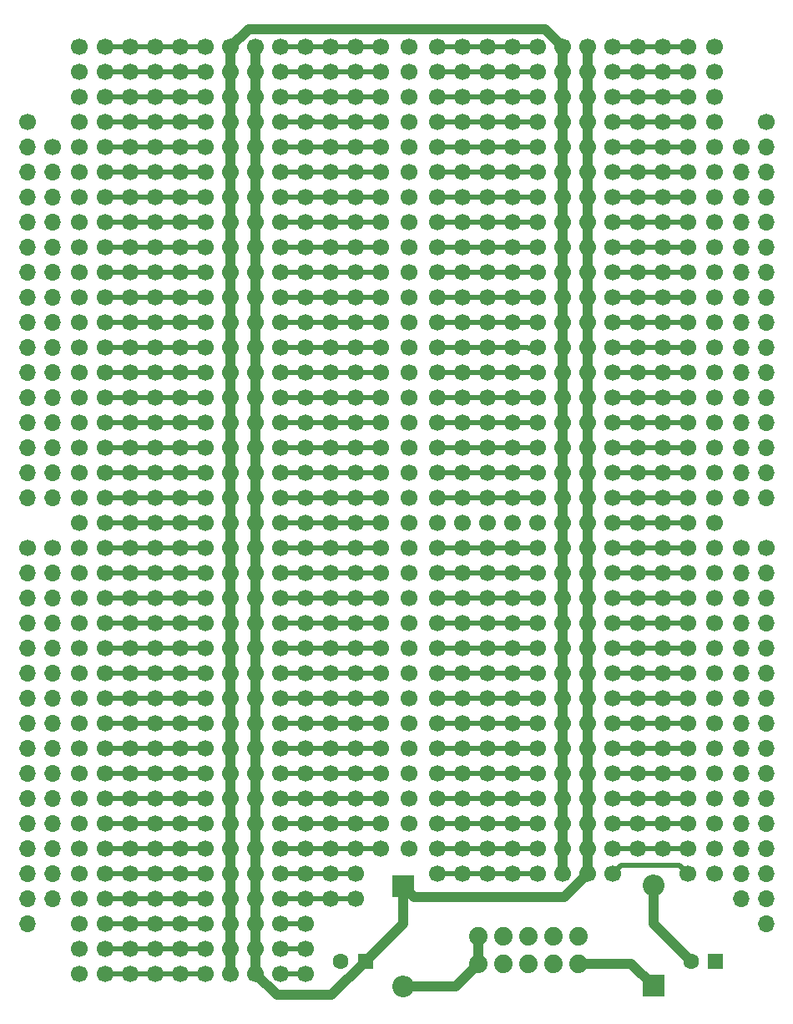
<source format=gbl>
G04 #@! TF.GenerationSoftware,KiCad,Pcbnew,(6.0.11-0)*
G04 #@! TF.CreationDate,2023-03-26T21:41:22+01:00*
G04 #@! TF.ProjectId,mainboard,6d61696e-626f-4617-9264-2e6b69636164,rev?*
G04 #@! TF.SameCoordinates,Original*
G04 #@! TF.FileFunction,Copper,L2,Bot*
G04 #@! TF.FilePolarity,Positive*
%FSLAX46Y46*%
G04 Gerber Fmt 4.6, Leading zero omitted, Abs format (unit mm)*
G04 Created by KiCad (PCBNEW (6.0.11-0)) date 2023-03-26 21:41:22*
%MOMM*%
%LPD*%
G01*
G04 APERTURE LIST*
G04 #@! TA.AperFunction,ComponentPad*
%ADD10C,1.700000*%
G04 #@! TD*
G04 #@! TA.AperFunction,ComponentPad*
%ADD11O,1.700000X1.700000*%
G04 #@! TD*
G04 #@! TA.AperFunction,ComponentPad*
%ADD12R,1.600000X1.600000*%
G04 #@! TD*
G04 #@! TA.AperFunction,ComponentPad*
%ADD13C,1.600000*%
G04 #@! TD*
G04 #@! TA.AperFunction,ComponentPad*
%ADD14R,2.200000X2.200000*%
G04 #@! TD*
G04 #@! TA.AperFunction,ComponentPad*
%ADD15O,2.200000X2.200000*%
G04 #@! TD*
G04 #@! TA.AperFunction,ComponentPad*
%ADD16C,1.879600*%
G04 #@! TD*
G04 #@! TA.AperFunction,Conductor*
%ADD17C,1.000000*%
G04 #@! TD*
G04 #@! TA.AperFunction,Conductor*
%ADD18C,0.500000*%
G04 #@! TD*
G04 APERTURE END LIST*
D10*
X35877500Y-40640000D03*
X18097500Y-88900000D03*
X30797500Y-2540000D03*
X69532500Y-35560000D03*
X38417500Y-55880000D03*
X69532500Y-30480000D03*
X7778750Y-43180000D03*
X25717500Y-63500000D03*
X49212500Y-50800000D03*
X30797500Y-93980000D03*
X64452500Y-5080000D03*
X33337500Y-76200000D03*
X13017500Y-38100000D03*
X59372500Y-55880000D03*
X18097500Y-60960000D03*
X30797500Y-22860000D03*
X33337500Y-17780000D03*
X10477500Y-33020000D03*
X10477500Y-88900000D03*
X25717500Y-58420000D03*
X66992500Y-66040000D03*
X35877500Y-43180000D03*
X20637500Y-83820000D03*
X35877500Y-5080000D03*
X74920000Y-12700000D03*
D11*
X74920000Y-15240000D03*
X74920000Y-17780000D03*
X74920000Y-20320000D03*
X74920000Y-22860000D03*
X74920000Y-25400000D03*
X74920000Y-27940000D03*
X74920000Y-30480000D03*
X74920000Y-33020000D03*
X74920000Y-35560000D03*
X74920000Y-38100000D03*
X74920000Y-40640000D03*
X74920000Y-43180000D03*
X74920000Y-45720000D03*
X74920000Y-48260000D03*
D10*
X18097500Y-45720000D03*
X61912500Y-5080000D03*
X7778750Y-50800000D03*
X35877500Y-17780000D03*
X35877500Y-60960000D03*
X51752500Y-45720000D03*
X51752500Y-78740000D03*
X38417500Y-43180000D03*
X33337500Y-35560000D03*
X30797500Y-25400000D03*
X35877500Y-48260000D03*
X41275000Y-38100000D03*
X23177500Y-86360000D03*
X18097500Y-96520000D03*
X46672500Y-40640000D03*
X66992500Y-76200000D03*
X61912500Y-33020000D03*
X10477500Y-53340000D03*
X13017500Y-93980000D03*
X41275000Y-48260000D03*
X28257500Y-2540000D03*
X28257500Y-93980000D03*
X38417500Y-45720000D03*
X72231250Y-22860000D03*
X10477500Y-71120000D03*
X49212500Y-27940000D03*
X49212500Y-38100000D03*
X41275000Y-17780000D03*
X44132500Y-40640000D03*
X18097500Y-66040000D03*
X59372500Y-7620000D03*
X13017500Y-63500000D03*
X30797500Y-63500000D03*
X61912500Y-10160000D03*
X51752500Y-25400000D03*
X69532500Y-76200000D03*
X41275000Y-60960000D03*
X66992500Y-5080000D03*
X66992500Y-20320000D03*
X54292500Y-50800000D03*
X10477500Y-40640000D03*
X56832500Y-30480000D03*
X46672500Y-33020000D03*
X69532500Y-58420000D03*
X66992500Y-7620000D03*
X49212500Y-7620000D03*
X69532500Y-20320000D03*
X25717500Y-86360000D03*
X69532500Y-2540000D03*
X15557500Y-30480000D03*
X56832500Y-2540000D03*
X28257500Y-40640000D03*
X61912500Y-48260000D03*
X44132500Y-48260000D03*
X44132500Y-27940000D03*
X7778750Y-71120000D03*
X5080000Y-12700000D03*
D11*
X5080000Y-15240000D03*
X5080000Y-17780000D03*
X5080000Y-20320000D03*
X5080000Y-22860000D03*
X5080000Y-25400000D03*
X5080000Y-27940000D03*
X5080000Y-30480000D03*
X5080000Y-33020000D03*
X5080000Y-35560000D03*
X5080000Y-38100000D03*
X5080000Y-40640000D03*
X5080000Y-43180000D03*
X5080000Y-45720000D03*
X5080000Y-48260000D03*
D10*
X49212500Y-53340000D03*
X66992500Y-45720000D03*
X20637500Y-2540000D03*
X69532500Y-83820000D03*
X59372500Y-30480000D03*
X64452500Y-30480000D03*
X23177500Y-7620000D03*
X20637500Y-55880000D03*
X18097500Y-25400000D03*
X41275000Y-40640000D03*
X28257500Y-63500000D03*
X7778750Y-12700000D03*
X25717500Y-78740000D03*
X69532500Y-25400000D03*
X20637500Y-76200000D03*
X49212500Y-81280000D03*
X33337500Y-30480000D03*
X7778750Y-48260000D03*
X15557500Y-12700000D03*
X35877500Y-68580000D03*
X10477500Y-27940000D03*
X18097500Y-12700000D03*
X15557500Y-81280000D03*
X13017500Y-58420000D03*
X72231250Y-40640000D03*
X25717500Y-30480000D03*
X28257500Y-68580000D03*
X15557500Y-58420000D03*
X10477500Y-55880000D03*
X25717500Y-35560000D03*
X56832500Y-33020000D03*
X49212500Y-78740000D03*
X23177500Y-88900000D03*
X35877500Y-30480000D03*
X25717500Y-50800000D03*
X54292500Y-45720000D03*
X33337500Y-66040000D03*
X51752500Y-40640000D03*
X33337500Y-71120000D03*
X69532500Y-71120000D03*
X46672500Y-27940000D03*
X7778750Y-86360000D03*
X49212500Y-68580000D03*
X54292500Y-43180000D03*
X54292500Y-63500000D03*
X10477500Y-50800000D03*
X41275000Y-50800000D03*
X30797500Y-48260000D03*
X13017500Y-66040000D03*
X69532500Y-40640000D03*
X69532500Y-17780000D03*
X54292500Y-35560000D03*
X28257500Y-48260000D03*
X20637500Y-45720000D03*
X18097500Y-43180000D03*
X66992500Y-12700000D03*
X66992500Y-55880000D03*
X61912500Y-40640000D03*
X38417500Y-30480000D03*
X38417500Y-71120000D03*
X61912500Y-55880000D03*
X10477500Y-10160000D03*
X54292500Y-27940000D03*
X25717500Y-25400000D03*
X51752500Y-60960000D03*
X35877500Y-2540000D03*
X69532500Y-7620000D03*
X23177500Y-38100000D03*
X51752500Y-43180000D03*
X44132500Y-68580000D03*
X49212500Y-5080000D03*
X28257500Y-83820000D03*
X61912500Y-53340000D03*
X66992500Y-83820000D03*
X15557500Y-2540000D03*
X25717500Y-73660000D03*
X59372500Y-40640000D03*
X64452500Y-43180000D03*
X7778750Y-22860000D03*
X59372500Y-12700000D03*
X30797500Y-83820000D03*
X35877500Y-58420000D03*
X49212500Y-10160000D03*
X20637500Y-50800000D03*
X33337500Y-10160000D03*
X59372500Y-53340000D03*
X41275000Y-2540000D03*
X28257500Y-60960000D03*
X7778750Y-83820000D03*
X56832500Y-17780000D03*
X35877500Y-27940000D03*
X44132500Y-78740000D03*
X18097500Y-86360000D03*
X15557500Y-66040000D03*
X35877500Y-83820000D03*
X46672500Y-58420000D03*
X41275000Y-55880000D03*
X41275000Y-71120000D03*
X54292500Y-5080000D03*
X59372500Y-10160000D03*
X56832500Y-55880000D03*
X35877500Y-78740000D03*
X35877500Y-10160000D03*
X28257500Y-38100000D03*
X15557500Y-86360000D03*
X25717500Y-17780000D03*
X10477500Y-12700000D03*
X69532500Y-55880000D03*
X35877500Y-20320000D03*
X72231250Y-73660000D03*
X30797500Y-55880000D03*
X44132500Y-17780000D03*
X64452500Y-17780000D03*
X15557500Y-71120000D03*
X18097500Y-10160000D03*
X72231250Y-12700000D03*
X30797500Y-86360000D03*
X54292500Y-22860000D03*
X10477500Y-15240000D03*
X66992500Y-35560000D03*
X44132500Y-20320000D03*
X7778750Y-20320000D03*
X20637500Y-86360000D03*
X15557500Y-5080000D03*
X51752500Y-73660000D03*
D12*
X72350000Y-95250000D03*
D13*
X69850000Y-95250000D03*
D10*
X49212500Y-43180000D03*
X66992500Y-17780000D03*
X51752500Y-38100000D03*
X30797500Y-38100000D03*
X49212500Y-40640000D03*
X38417500Y-7620000D03*
X10477500Y-45720000D03*
X7778750Y-53340000D03*
X13017500Y-12700000D03*
X7778750Y-68580000D03*
X51752500Y-22860000D03*
X46672500Y-10160000D03*
X23177500Y-63500000D03*
X44132500Y-83820000D03*
X23177500Y-25400000D03*
X35877500Y-50800000D03*
X46672500Y-7620000D03*
X33337500Y-15240000D03*
X72231250Y-60960000D03*
X15557500Y-15240000D03*
X54292500Y-68580000D03*
X61912500Y-17780000D03*
X7778750Y-5080000D03*
X72231250Y-71120000D03*
X33337500Y-2540000D03*
X64452500Y-38100000D03*
X59372500Y-60960000D03*
X38417500Y-10160000D03*
X41275000Y-5080000D03*
X10477500Y-20320000D03*
X41275000Y-45720000D03*
X46672500Y-76200000D03*
X28257500Y-53340000D03*
X35877500Y-66040000D03*
X15557500Y-17780000D03*
X59372500Y-78740000D03*
X10477500Y-60960000D03*
X20637500Y-63500000D03*
X59372500Y-83820000D03*
X61912500Y-38100000D03*
X23177500Y-45720000D03*
X23177500Y-40640000D03*
X61912500Y-27940000D03*
X30797500Y-81280000D03*
X15557500Y-96520000D03*
X49212500Y-86360000D03*
X66992500Y-27940000D03*
X28257500Y-45720000D03*
X25717500Y-71120000D03*
X51752500Y-30480000D03*
X49212500Y-48260000D03*
X51752500Y-55880000D03*
X35877500Y-22860000D03*
X18097500Y-15240000D03*
X13017500Y-50800000D03*
X20637500Y-60960000D03*
X20637500Y-27940000D03*
X51752500Y-5080000D03*
X18097500Y-91440000D03*
X28257500Y-15240000D03*
X18097500Y-27940000D03*
X54292500Y-86360000D03*
X7778750Y-17780000D03*
X64452500Y-2540000D03*
X10477500Y-66040000D03*
X35877500Y-88900000D03*
X69532500Y-86360000D03*
X54292500Y-10160000D03*
X20637500Y-71120000D03*
X44132500Y-10160000D03*
X56832500Y-27940000D03*
X72231250Y-27940000D03*
X64452500Y-45720000D03*
X56832500Y-63500000D03*
X13017500Y-10160000D03*
X56832500Y-35560000D03*
X41275000Y-12700000D03*
X30797500Y-58420000D03*
X20637500Y-43180000D03*
X59372500Y-81280000D03*
X20637500Y-68580000D03*
X20637500Y-7620000D03*
X49212500Y-83820000D03*
X38417500Y-48260000D03*
X56832500Y-60960000D03*
X64452500Y-63500000D03*
X54292500Y-7620000D03*
X61912500Y-43180000D03*
X23177500Y-73660000D03*
X51752500Y-15240000D03*
X49212500Y-33020000D03*
X49212500Y-30480000D03*
X13017500Y-78740000D03*
X41275000Y-15240000D03*
X59372500Y-35560000D03*
X30797500Y-33020000D03*
X15557500Y-60960000D03*
X28257500Y-10160000D03*
X20637500Y-88900000D03*
X25717500Y-91440000D03*
X41275000Y-30480000D03*
X28257500Y-58420000D03*
X18097500Y-35560000D03*
X33337500Y-81280000D03*
X13017500Y-35560000D03*
X20637500Y-35560000D03*
X18097500Y-7620000D03*
X61912500Y-58420000D03*
X61912500Y-63500000D03*
X69532500Y-33020000D03*
X49212500Y-17780000D03*
X72231250Y-68580000D03*
X64452500Y-10160000D03*
X54292500Y-55880000D03*
X28257500Y-73660000D03*
X54292500Y-33020000D03*
X64452500Y-81280000D03*
X61912500Y-15240000D03*
X18097500Y-63500000D03*
X46672500Y-43180000D03*
X54292500Y-40640000D03*
X10477500Y-96520000D03*
X64452500Y-20320000D03*
X46672500Y-2540000D03*
X7778750Y-15240000D03*
X69532500Y-5080000D03*
X61912500Y-7620000D03*
X35877500Y-38100000D03*
X13017500Y-40640000D03*
X69532500Y-38100000D03*
X56832500Y-50800000D03*
X59372500Y-73660000D03*
X51752500Y-68580000D03*
X61912500Y-83820000D03*
X33337500Y-7620000D03*
X15557500Y-73660000D03*
X72231250Y-81280000D03*
X13017500Y-96520000D03*
X25717500Y-53340000D03*
X13017500Y-5080000D03*
X7778750Y-93980000D03*
X56832500Y-38100000D03*
X20637500Y-78740000D03*
X15557500Y-88900000D03*
X20637500Y-33020000D03*
X35877500Y-73660000D03*
X35877500Y-35560000D03*
X35877500Y-63500000D03*
X18097500Y-53340000D03*
X38417500Y-81280000D03*
X13017500Y-43180000D03*
X23177500Y-20320000D03*
X44132500Y-63500000D03*
X15557500Y-38100000D03*
X18097500Y-76200000D03*
X56832500Y-25400000D03*
X51752500Y-66040000D03*
X49212500Y-76200000D03*
X20637500Y-10160000D03*
X7778750Y-40640000D03*
X46672500Y-12700000D03*
X7778750Y-58420000D03*
X30797500Y-45720000D03*
X66992500Y-15240000D03*
X23177500Y-60960000D03*
X20637500Y-53340000D03*
X38417500Y-27940000D03*
X35877500Y-81280000D03*
X59372500Y-50800000D03*
X72231250Y-25400000D03*
X51752500Y-63500000D03*
X38417500Y-66040000D03*
X10477500Y-58420000D03*
X54292500Y-38100000D03*
X38417500Y-25400000D03*
X72231250Y-66040000D03*
X10477500Y-86360000D03*
X33337500Y-58420000D03*
X56832500Y-73660000D03*
X44132500Y-12700000D03*
X7778750Y-25400000D03*
X28257500Y-66040000D03*
X28257500Y-91440000D03*
X2540000Y-10160000D03*
D11*
X2540000Y-12700000D03*
X2540000Y-15240000D03*
X2540000Y-17780000D03*
X2540000Y-20320000D03*
X2540000Y-22860000D03*
X2540000Y-25400000D03*
X2540000Y-27940000D03*
X2540000Y-30480000D03*
X2540000Y-33020000D03*
X2540000Y-35560000D03*
X2540000Y-38100000D03*
X2540000Y-40640000D03*
X2540000Y-43180000D03*
X2540000Y-45720000D03*
X2540000Y-48260000D03*
D10*
X18097500Y-93980000D03*
X5080000Y-53340000D03*
D11*
X5080000Y-55880000D03*
X5080000Y-58420000D03*
X5080000Y-60960000D03*
X5080000Y-63500000D03*
X5080000Y-66040000D03*
X5080000Y-68580000D03*
X5080000Y-71120000D03*
X5080000Y-73660000D03*
X5080000Y-76200000D03*
X5080000Y-78740000D03*
X5080000Y-81280000D03*
X5080000Y-83820000D03*
X5080000Y-86360000D03*
X5080000Y-88900000D03*
D10*
X72231250Y-38100000D03*
X20637500Y-40640000D03*
X64452500Y-12700000D03*
X33337500Y-60960000D03*
X25717500Y-40640000D03*
X41275000Y-76200000D03*
X15557500Y-40640000D03*
X46672500Y-17780000D03*
X28257500Y-35560000D03*
X35877500Y-71120000D03*
X33337500Y-63500000D03*
X15557500Y-35560000D03*
X46672500Y-81280000D03*
X59372500Y-2540000D03*
X66992500Y-78740000D03*
X23177500Y-22860000D03*
X51752500Y-81280000D03*
X20637500Y-48260000D03*
X59372500Y-43180000D03*
X28257500Y-20320000D03*
X15557500Y-55880000D03*
X18097500Y-30480000D03*
X66992500Y-33020000D03*
X56832500Y-12700000D03*
X41275000Y-10160000D03*
X7778750Y-60960000D03*
X66992500Y-30480000D03*
X64452500Y-73660000D03*
X54292500Y-30480000D03*
X41275000Y-22860000D03*
X66992500Y-10160000D03*
X54292500Y-15240000D03*
X69532500Y-68580000D03*
X49212500Y-58420000D03*
X28257500Y-50800000D03*
X18097500Y-5080000D03*
X46672500Y-78740000D03*
X64452500Y-33020000D03*
X56832500Y-48260000D03*
X18097500Y-2540000D03*
X72231250Y-5080000D03*
X30797500Y-60960000D03*
X54292500Y-17780000D03*
X25717500Y-55880000D03*
X28257500Y-22860000D03*
X23177500Y-48260000D03*
X13017500Y-27940000D03*
X44132500Y-50800000D03*
X30797500Y-43180000D03*
X10477500Y-93980000D03*
X61912500Y-30480000D03*
X13017500Y-17780000D03*
X2540000Y-53340000D03*
D11*
X2540000Y-55880000D03*
X2540000Y-58420000D03*
X2540000Y-60960000D03*
X2540000Y-63500000D03*
X2540000Y-66040000D03*
X2540000Y-68580000D03*
X2540000Y-71120000D03*
X2540000Y-73660000D03*
X2540000Y-76200000D03*
X2540000Y-78740000D03*
X2540000Y-81280000D03*
X2540000Y-83820000D03*
X2540000Y-86360000D03*
X2540000Y-88900000D03*
X2540000Y-91440000D03*
D10*
X30797500Y-53340000D03*
X61912500Y-71120000D03*
X25717500Y-20320000D03*
X54292500Y-66040000D03*
X56832500Y-76200000D03*
X38417500Y-60960000D03*
X18097500Y-17780000D03*
X64452500Y-27940000D03*
X33337500Y-88900000D03*
X13017500Y-91440000D03*
X30797500Y-30480000D03*
X13017500Y-53340000D03*
X23177500Y-66040000D03*
X28257500Y-88900000D03*
X59372500Y-68580000D03*
X13017500Y-83820000D03*
X30797500Y-7620000D03*
D14*
X40640000Y-87630000D03*
D15*
X40640000Y-97790000D03*
D10*
X23177500Y-78740000D03*
X18097500Y-20320000D03*
X33337500Y-68580000D03*
X66992500Y-63500000D03*
X33337500Y-33020000D03*
X28257500Y-30480000D03*
X13017500Y-2540000D03*
X10477500Y-43180000D03*
X56832500Y-10160000D03*
X13017500Y-45720000D03*
X61912500Y-25400000D03*
X49212500Y-35560000D03*
X44132500Y-86360000D03*
X35877500Y-55880000D03*
X30797500Y-10160000D03*
X28257500Y-86360000D03*
X72231250Y-53340000D03*
X15557500Y-33020000D03*
X66992500Y-68580000D03*
X38417500Y-15240000D03*
X64452500Y-15240000D03*
X13017500Y-86360000D03*
X54292500Y-71120000D03*
X10477500Y-35560000D03*
X61912500Y-20320000D03*
X49212500Y-45720000D03*
X69532500Y-60960000D03*
X15557500Y-93980000D03*
X28257500Y-25400000D03*
X20637500Y-5080000D03*
X10477500Y-76200000D03*
X46672500Y-68580000D03*
X15557500Y-10160000D03*
X33337500Y-55880000D03*
X56832500Y-86360000D03*
X13017500Y-33020000D03*
X41275000Y-78740000D03*
X54292500Y-73660000D03*
X38417500Y-58420000D03*
X41275000Y-43180000D03*
X51752500Y-53340000D03*
X18097500Y-81280000D03*
X49212500Y-60960000D03*
X20637500Y-17780000D03*
X54292500Y-58420000D03*
X7778750Y-91440000D03*
X46672500Y-5080000D03*
X30797500Y-78740000D03*
X49212500Y-20320000D03*
X15557500Y-48260000D03*
X56832500Y-20320000D03*
X51752500Y-2540000D03*
X23177500Y-35560000D03*
X72231250Y-55880000D03*
X20637500Y-22860000D03*
X54292500Y-48260000D03*
X44132500Y-35560000D03*
X72231250Y-15240000D03*
X64452500Y-58420000D03*
X72231250Y-58420000D03*
X25717500Y-48260000D03*
X41275000Y-27940000D03*
X51752500Y-27940000D03*
X13017500Y-30480000D03*
X23177500Y-83820000D03*
X38417500Y-73660000D03*
X72231250Y-76200000D03*
X7778750Y-10160000D03*
X59372500Y-48260000D03*
X64452500Y-25400000D03*
X18097500Y-83820000D03*
X13017500Y-73660000D03*
X15557500Y-63500000D03*
X28257500Y-81280000D03*
X56832500Y-71120000D03*
X72231250Y-17780000D03*
X18097500Y-58420000D03*
X41275000Y-33020000D03*
X15557500Y-7620000D03*
X25717500Y-7620000D03*
X15557500Y-20320000D03*
X23177500Y-55880000D03*
X54292500Y-20320000D03*
X10477500Y-68580000D03*
X18097500Y-73660000D03*
X10477500Y-48260000D03*
X69532500Y-78740000D03*
X49212500Y-22860000D03*
X33337500Y-45720000D03*
X56832500Y-15240000D03*
X7778750Y-73660000D03*
X10477500Y-25400000D03*
X13017500Y-22860000D03*
X56832500Y-7620000D03*
X33337500Y-43180000D03*
X72231250Y-7620000D03*
X44132500Y-76200000D03*
X18097500Y-40640000D03*
X41275000Y-73660000D03*
X38417500Y-83820000D03*
X61912500Y-50800000D03*
X69532500Y-73660000D03*
X46672500Y-66040000D03*
X20637500Y-25400000D03*
X72231250Y-78740000D03*
X7778750Y-81280000D03*
X44132500Y-7620000D03*
X18097500Y-71120000D03*
X64452500Y-83820000D03*
X44132500Y-66040000D03*
X54292500Y-81280000D03*
X35877500Y-25400000D03*
X38417500Y-12700000D03*
X7778750Y-33020000D03*
X35877500Y-53340000D03*
X33337500Y-25400000D03*
X20637500Y-20320000D03*
X56832500Y-40640000D03*
X56832500Y-83820000D03*
D14*
X66040000Y-97750000D03*
D15*
X66040000Y-87590000D03*
D10*
X69532500Y-10160000D03*
X10477500Y-17780000D03*
X23177500Y-58420000D03*
X44132500Y-45720000D03*
X13017500Y-55880000D03*
X61912500Y-35560000D03*
X41275000Y-20320000D03*
X15557500Y-53340000D03*
X51752500Y-48260000D03*
X10477500Y-81280000D03*
X25717500Y-76200000D03*
X28257500Y-78740000D03*
X46672500Y-60960000D03*
X64452500Y-76200000D03*
X59372500Y-66040000D03*
X69532500Y-53340000D03*
X77460000Y-10160000D03*
D11*
X77460000Y-12700000D03*
X77460000Y-15240000D03*
X77460000Y-17780000D03*
X77460000Y-20320000D03*
X77460000Y-22860000D03*
X77460000Y-25400000D03*
X77460000Y-27940000D03*
X77460000Y-30480000D03*
X77460000Y-33020000D03*
X77460000Y-35560000D03*
X77460000Y-38100000D03*
X77460000Y-40640000D03*
X77460000Y-43180000D03*
X77460000Y-45720000D03*
X77460000Y-48260000D03*
D10*
X69532500Y-15240000D03*
X30797500Y-88900000D03*
X13017500Y-7620000D03*
X61912500Y-2540000D03*
X23177500Y-71120000D03*
X54292500Y-76200000D03*
X66992500Y-60960000D03*
X13017500Y-60960000D03*
X23177500Y-17780000D03*
X64452500Y-60960000D03*
X41275000Y-25400000D03*
X64452500Y-40640000D03*
X56832500Y-45720000D03*
X25717500Y-68580000D03*
X44132500Y-25400000D03*
X28257500Y-12700000D03*
X25717500Y-15240000D03*
X54292500Y-53340000D03*
X49212500Y-12700000D03*
X72231250Y-45720000D03*
X51752500Y-58420000D03*
X54292500Y-83820000D03*
X35877500Y-7620000D03*
X35877500Y-33020000D03*
X56832500Y-68580000D03*
X15557500Y-27940000D03*
X33337500Y-5080000D03*
X13017500Y-71120000D03*
X28257500Y-27940000D03*
X41275000Y-66040000D03*
X35877500Y-86360000D03*
X51752500Y-17780000D03*
X44132500Y-43180000D03*
X25717500Y-45720000D03*
X38417500Y-33020000D03*
X69532500Y-12700000D03*
X56832500Y-53340000D03*
X66992500Y-22860000D03*
X20637500Y-73660000D03*
X46672500Y-22860000D03*
X46672500Y-35560000D03*
X10477500Y-63500000D03*
X72231250Y-20320000D03*
X72231250Y-35560000D03*
X49212500Y-2540000D03*
X49212500Y-73660000D03*
X23177500Y-33020000D03*
X15557500Y-50800000D03*
X72231250Y-2540000D03*
X7778750Y-38100000D03*
X64452500Y-66040000D03*
X61912500Y-68580000D03*
X10477500Y-91440000D03*
X35877500Y-76200000D03*
X64452500Y-55880000D03*
X30797500Y-91440000D03*
X61912500Y-45720000D03*
X7778750Y-30480000D03*
X25717500Y-2540000D03*
X61912500Y-12700000D03*
X10477500Y-78740000D03*
X20637500Y-12700000D03*
X30797500Y-66040000D03*
X44132500Y-30480000D03*
X30797500Y-17780000D03*
X49212500Y-66040000D03*
X54292500Y-2540000D03*
X46672500Y-63500000D03*
X59372500Y-86360000D03*
X30797500Y-12700000D03*
X41275000Y-63500000D03*
X23177500Y-81280000D03*
X77460000Y-53340000D03*
D11*
X77460000Y-55880000D03*
X77460000Y-58420000D03*
X77460000Y-60960000D03*
X77460000Y-63500000D03*
X77460000Y-66040000D03*
X77460000Y-68580000D03*
X77460000Y-71120000D03*
X77460000Y-73660000D03*
X77460000Y-76200000D03*
X77460000Y-78740000D03*
X77460000Y-81280000D03*
X77460000Y-83820000D03*
X77460000Y-86360000D03*
X77460000Y-88900000D03*
X77460000Y-91440000D03*
D10*
X38417500Y-50800000D03*
X10477500Y-5080000D03*
X13017500Y-76200000D03*
X25717500Y-93980000D03*
X7778750Y-66040000D03*
X56832500Y-81280000D03*
X13017500Y-20320000D03*
X25717500Y-43180000D03*
X61912500Y-66040000D03*
X54292500Y-78740000D03*
X7778750Y-78740000D03*
X20637500Y-15240000D03*
X44132500Y-15240000D03*
X33337500Y-22860000D03*
X38417500Y-2540000D03*
X20637500Y-66040000D03*
X74920000Y-53340000D03*
D11*
X74920000Y-55880000D03*
X74920000Y-58420000D03*
X74920000Y-60960000D03*
X74920000Y-63500000D03*
X74920000Y-66040000D03*
X74920000Y-68580000D03*
X74920000Y-71120000D03*
X74920000Y-73660000D03*
X74920000Y-76200000D03*
X74920000Y-78740000D03*
X74920000Y-81280000D03*
X74920000Y-83820000D03*
X74920000Y-86360000D03*
X74920000Y-88900000D03*
D10*
X41275000Y-35560000D03*
X30797500Y-35560000D03*
X15557500Y-83820000D03*
X38417500Y-76200000D03*
X33337500Y-86360000D03*
X25717500Y-12700000D03*
X56832500Y-58420000D03*
X20637500Y-93980000D03*
X23177500Y-30480000D03*
X30797500Y-15240000D03*
X15557500Y-45720000D03*
X33337500Y-38100000D03*
X69532500Y-48260000D03*
X20637500Y-38100000D03*
X61912500Y-81280000D03*
X38417500Y-17780000D03*
X66992500Y-48260000D03*
X28257500Y-17780000D03*
X41275000Y-81280000D03*
X38417500Y-40640000D03*
X46672500Y-83820000D03*
X51752500Y-10160000D03*
X15557500Y-78740000D03*
X69532500Y-27940000D03*
D12*
X36830000Y-95250000D03*
D13*
X34330000Y-95250000D03*
D10*
X64452500Y-50800000D03*
X23177500Y-10160000D03*
X38417500Y-68580000D03*
X44132500Y-5080000D03*
X49212500Y-63500000D03*
X23177500Y-50800000D03*
X20637500Y-96520000D03*
X38417500Y-38100000D03*
X66992500Y-2540000D03*
X51752500Y-71120000D03*
X59372500Y-25400000D03*
X59372500Y-20320000D03*
X51752500Y-35560000D03*
X20637500Y-91440000D03*
X25717500Y-96520000D03*
X66992500Y-81280000D03*
X13017500Y-25400000D03*
X23177500Y-68580000D03*
X13017500Y-88900000D03*
X64452500Y-78740000D03*
X23177500Y-53340000D03*
X30797500Y-76200000D03*
X64452500Y-22860000D03*
X51752500Y-33020000D03*
X72231250Y-50800000D03*
X38417500Y-78740000D03*
X44132500Y-22860000D03*
X15557500Y-76200000D03*
X66992500Y-71120000D03*
X59372500Y-76200000D03*
X7778750Y-7620000D03*
X59372500Y-5080000D03*
X56832500Y-43180000D03*
X64452500Y-35560000D03*
X72231250Y-86360000D03*
X41275000Y-7620000D03*
X30797500Y-27940000D03*
X23177500Y-91440000D03*
X10477500Y-7620000D03*
X46672500Y-25400000D03*
X33337500Y-50800000D03*
X18097500Y-22860000D03*
X59372500Y-33020000D03*
X46672500Y-38100000D03*
X25717500Y-60960000D03*
X64452500Y-48260000D03*
X23177500Y-93980000D03*
X28257500Y-96520000D03*
X33337500Y-40640000D03*
X44132500Y-71120000D03*
X15557500Y-43180000D03*
X61912500Y-60960000D03*
X44132500Y-2540000D03*
X61912500Y-73660000D03*
X33337500Y-48260000D03*
X25717500Y-83820000D03*
X18097500Y-55880000D03*
X25717500Y-10160000D03*
X69532500Y-81280000D03*
X13017500Y-15240000D03*
X10477500Y-22860000D03*
X56832500Y-22860000D03*
X56832500Y-78740000D03*
X13017500Y-81280000D03*
X61912500Y-78740000D03*
X72231250Y-33020000D03*
X54292500Y-60960000D03*
X61912500Y-76200000D03*
X33337500Y-78740000D03*
X25717500Y-38100000D03*
X30797500Y-20320000D03*
X7778750Y-96520000D03*
X25717500Y-81280000D03*
X44132500Y-60960000D03*
X15557500Y-91440000D03*
X69532500Y-22860000D03*
X44132500Y-73660000D03*
X44132500Y-55880000D03*
X46672500Y-55880000D03*
X46672500Y-71120000D03*
X61912500Y-22860000D03*
X35877500Y-45720000D03*
X66992500Y-43180000D03*
X72231250Y-83820000D03*
X18097500Y-38100000D03*
X59372500Y-58420000D03*
X69532500Y-50800000D03*
X35877500Y-15240000D03*
X10477500Y-83820000D03*
X18097500Y-68580000D03*
X23177500Y-43180000D03*
X38417500Y-35560000D03*
X20637500Y-30480000D03*
X7778750Y-2540000D03*
X23177500Y-5080000D03*
X15557500Y-22860000D03*
X33337500Y-12700000D03*
X28257500Y-43180000D03*
X33337500Y-73660000D03*
X46672500Y-50800000D03*
X18097500Y-48260000D03*
X59372500Y-17780000D03*
X59372500Y-22860000D03*
X66992500Y-25400000D03*
X64452500Y-53340000D03*
X51752500Y-83820000D03*
X23177500Y-96520000D03*
X28257500Y-5080000D03*
X15557500Y-68580000D03*
X18097500Y-78740000D03*
X20637500Y-58420000D03*
X28257500Y-55880000D03*
X51752500Y-86360000D03*
X20637500Y-81280000D03*
X51752500Y-50800000D03*
X72231250Y-63500000D03*
X44132500Y-38100000D03*
X28257500Y-71120000D03*
X23177500Y-76200000D03*
X25717500Y-5080000D03*
X61912500Y-86360000D03*
X51752500Y-7620000D03*
X23177500Y-2540000D03*
X59372500Y-71120000D03*
X49212500Y-25400000D03*
X49212500Y-55880000D03*
X33337500Y-27940000D03*
X46672500Y-45720000D03*
X72231250Y-48260000D03*
X38417500Y-5080000D03*
X46672500Y-15240000D03*
X69532500Y-63500000D03*
X66992500Y-38100000D03*
X25717500Y-66040000D03*
X30797500Y-50800000D03*
X72231250Y-30480000D03*
X49212500Y-71120000D03*
X66992500Y-50800000D03*
X66992500Y-40640000D03*
X23177500Y-27940000D03*
X28257500Y-7620000D03*
X64452500Y-68580000D03*
X38417500Y-22860000D03*
X15557500Y-25400000D03*
X30797500Y-40640000D03*
X46672500Y-20320000D03*
X30797500Y-73660000D03*
X72231250Y-10160000D03*
X56832500Y-5080000D03*
X59372500Y-38100000D03*
X46672500Y-48260000D03*
X72231250Y-43180000D03*
X25717500Y-27940000D03*
X41275000Y-83820000D03*
X41275000Y-58420000D03*
X44132500Y-81280000D03*
X7778750Y-63500000D03*
X38417500Y-53340000D03*
X44132500Y-33020000D03*
X44132500Y-58420000D03*
X66992500Y-53340000D03*
X69532500Y-45720000D03*
X7778750Y-55880000D03*
X38417500Y-20320000D03*
X7778750Y-88900000D03*
X7778750Y-35560000D03*
X10477500Y-2540000D03*
X66992500Y-73660000D03*
X30797500Y-71120000D03*
X46672500Y-86360000D03*
X49212500Y-15240000D03*
X13017500Y-68580000D03*
X28257500Y-33020000D03*
X41275000Y-53340000D03*
X7778750Y-27940000D03*
X46672500Y-73660000D03*
X51752500Y-12700000D03*
X18097500Y-33020000D03*
X23177500Y-12700000D03*
X59372500Y-63500000D03*
X51752500Y-20320000D03*
X28257500Y-76200000D03*
X44132500Y-53340000D03*
X51752500Y-76200000D03*
X33337500Y-53340000D03*
X69532500Y-43180000D03*
X25717500Y-22860000D03*
X54292500Y-12700000D03*
X7778750Y-45720000D03*
X10477500Y-30480000D03*
X41275000Y-68580000D03*
X23177500Y-15240000D03*
X25717500Y-88900000D03*
X59372500Y-45720000D03*
X46672500Y-30480000D03*
X33337500Y-83820000D03*
X59372500Y-15240000D03*
X13017500Y-48260000D03*
X64452500Y-7620000D03*
X54292500Y-25400000D03*
X30797500Y-5080000D03*
X64452500Y-71120000D03*
X25717500Y-33020000D03*
X30797500Y-68580000D03*
X46672500Y-53340000D03*
X59372500Y-27940000D03*
X56832500Y-66040000D03*
X66992500Y-58420000D03*
X38417500Y-63500000D03*
X18097500Y-50800000D03*
X10477500Y-38100000D03*
X35877500Y-12700000D03*
X30797500Y-96520000D03*
X33337500Y-20320000D03*
X69532500Y-66040000D03*
X10477500Y-73660000D03*
X7778750Y-76200000D03*
D16*
X58420000Y-95504000D03*
X58420000Y-92710000D03*
X55880000Y-95504000D03*
X55880000Y-92710000D03*
X53340000Y-95504000D03*
X53340000Y-92710000D03*
X50800000Y-95504000D03*
X50800000Y-92710000D03*
X48260000Y-95504000D03*
X48260000Y-92710000D03*
D17*
X40640000Y-87630000D02*
X41760000Y-88750000D01*
X33426400Y-98653600D02*
X27851100Y-98653600D01*
X25717500Y-10160000D02*
X25717500Y-7620000D01*
X25717500Y-48260000D02*
X25717500Y-45720000D01*
X25717500Y-33020000D02*
X25717500Y-30480000D01*
X25717500Y-53340000D02*
X25717500Y-50800000D01*
X59372500Y-58420000D02*
X59372500Y-55880000D01*
X59372500Y-81280000D02*
X59372500Y-78740000D01*
X25717500Y-88900000D02*
X25717500Y-86360000D01*
X59372500Y-78740000D02*
X59372500Y-76200000D01*
X59372500Y-27940000D02*
X59372500Y-25400000D01*
X25717500Y-17780000D02*
X25717500Y-15240000D01*
X59372500Y-30480000D02*
X59372500Y-27940000D01*
X25717500Y-60960000D02*
X25717500Y-58420000D01*
X25717500Y-25400000D02*
X25717500Y-22860000D01*
X25717500Y-86360000D02*
X25717500Y-83820000D01*
X25717500Y-50800000D02*
X25717500Y-48260000D01*
X25717500Y-83820000D02*
X25717500Y-81280000D01*
X59372500Y-38100000D02*
X59372500Y-35560000D01*
X59372500Y-20320000D02*
X59372500Y-17780000D01*
X59372500Y-35560000D02*
X59372500Y-33020000D01*
X59372500Y-71120000D02*
X59372500Y-68580000D01*
X36830000Y-95250000D02*
X33426400Y-98653600D01*
X27851100Y-98653600D02*
X25717500Y-96520000D01*
X25717500Y-27940000D02*
X25717500Y-25400000D01*
X59372500Y-53340000D02*
X59372500Y-50800000D01*
X41760000Y-88750000D02*
X56982500Y-88750000D01*
X25717500Y-15240000D02*
X25717500Y-12700000D01*
X59372500Y-45720000D02*
X59372500Y-43180000D01*
X59372500Y-40640000D02*
X59372500Y-38100000D01*
X59372500Y-60960000D02*
X59372500Y-58420000D01*
X25717500Y-76200000D02*
X25717500Y-73660000D01*
X25717500Y-12700000D02*
X25717500Y-10160000D01*
X25717500Y-55880000D02*
X25717500Y-53340000D01*
X59372500Y-25400000D02*
X59372500Y-22860000D01*
X59372500Y-5080000D02*
X59372500Y-2540000D01*
X59372500Y-33020000D02*
X59372500Y-30480000D01*
X25717500Y-43180000D02*
X25717500Y-40640000D01*
X25717500Y-71120000D02*
X25717500Y-68580000D01*
X25717500Y-78740000D02*
X25717500Y-76200000D01*
X25717500Y-35560000D02*
X25717500Y-33020000D01*
X25717500Y-91440000D02*
X25717500Y-88900000D01*
X25717500Y-93980000D02*
X25717500Y-91440000D01*
X25717500Y-30480000D02*
X25717500Y-27940000D01*
X59372500Y-12700000D02*
X59372500Y-10160000D01*
X59372500Y-68580000D02*
X59372500Y-66040000D01*
X59372500Y-7620000D02*
X59372500Y-5080000D01*
X59372500Y-83820000D02*
X59372500Y-81280000D01*
X59372500Y-17780000D02*
X59372500Y-15240000D01*
X25717500Y-45720000D02*
X25717500Y-43180000D01*
X25717500Y-38100000D02*
X25717500Y-35560000D01*
X25717500Y-81280000D02*
X25717500Y-78740000D01*
X25717500Y-5080000D02*
X25717500Y-2540000D01*
X59372500Y-48260000D02*
X59372500Y-45720000D01*
X59372500Y-43180000D02*
X59372500Y-40640000D01*
X25717500Y-66040000D02*
X25717500Y-63500000D01*
X59372500Y-22860000D02*
X59372500Y-20320000D01*
X59372500Y-15240000D02*
X59372500Y-12700000D01*
X40640000Y-91440000D02*
X36830000Y-95250000D01*
X25717500Y-40640000D02*
X25717500Y-38100000D01*
X59372500Y-73660000D02*
X59372500Y-71120000D01*
X25717500Y-96520000D02*
X25717500Y-93980000D01*
X59372500Y-76200000D02*
X59372500Y-73660000D01*
X25717500Y-22860000D02*
X25717500Y-20320000D01*
X59372500Y-10160000D02*
X59372500Y-7620000D01*
X59372500Y-50800000D02*
X59372500Y-48260000D01*
X25717500Y-73660000D02*
X25717500Y-71120000D01*
X59372500Y-63500000D02*
X59372500Y-60960000D01*
X25717500Y-58420000D02*
X25717500Y-55880000D01*
X59372500Y-86360000D02*
X59372500Y-83820000D01*
X56982500Y-88750000D02*
X59372500Y-86360000D01*
X25717500Y-20320000D02*
X25717500Y-17780000D01*
X25717500Y-7620000D02*
X25717500Y-5080000D01*
X40640000Y-87630000D02*
X40640000Y-91440000D01*
X25717500Y-68580000D02*
X25717500Y-66040000D01*
X25717500Y-63500000D02*
X25717500Y-60960000D01*
X59372500Y-55880000D02*
X59372500Y-53340000D01*
X59372500Y-66040000D02*
X59372500Y-63500000D01*
X56832500Y-83820000D02*
X56832500Y-81280000D01*
X56832500Y-7620000D02*
X56832500Y-5080000D01*
X56832500Y-33020000D02*
X56832500Y-30480000D01*
X56832500Y-17780000D02*
X56832500Y-15240000D01*
X56832500Y-15240000D02*
X56832500Y-12700000D01*
X23177500Y-88900000D02*
X23177500Y-91440000D01*
X23177500Y-30480000D02*
X23177500Y-33020000D01*
X66040000Y-91440000D02*
X69850000Y-95250000D01*
X56832500Y-63500000D02*
X56832500Y-60960000D01*
X56832500Y-35560000D02*
X56832500Y-33020000D01*
X55042500Y-750000D02*
X56832500Y-2540000D01*
X23177500Y-63500000D02*
X23177500Y-66040000D01*
X56832500Y-55880000D02*
X56832500Y-53340000D01*
X23177500Y-50800000D02*
X23177500Y-53340000D01*
X56832500Y-12700000D02*
X56832500Y-10160000D01*
X23177500Y-38100000D02*
X23177500Y-40640000D01*
X23177500Y-93980000D02*
X23177500Y-96520000D01*
X23177500Y-60960000D02*
X23177500Y-63500000D01*
X56832500Y-48260000D02*
X56832500Y-45720000D01*
X56832500Y-66040000D02*
X56832500Y-63500000D01*
X23177500Y-86360000D02*
X23177500Y-88900000D01*
X23177500Y-10160000D02*
X23177500Y-12700000D01*
X23177500Y-66040000D02*
X23177500Y-68580000D01*
X23177500Y-45720000D02*
X23177500Y-48260000D01*
X66040000Y-87590000D02*
X66040000Y-91440000D01*
X56832500Y-71120000D02*
X56832500Y-68580000D01*
X56832500Y-86360000D02*
X56832500Y-83820000D01*
X56832500Y-45720000D02*
X56832500Y-43180000D01*
X56832500Y-50800000D02*
X56832500Y-48260000D01*
X56832500Y-22860000D02*
X56832500Y-20320000D01*
X23177500Y-33020000D02*
X23177500Y-35560000D01*
X23177500Y-12700000D02*
X23177500Y-15240000D01*
X23177500Y-83820000D02*
X23177500Y-86360000D01*
X23177500Y-71120000D02*
X23177500Y-73660000D01*
X23177500Y-5080000D02*
X23177500Y-7620000D01*
X56832500Y-40640000D02*
X56832500Y-38100000D01*
X23177500Y-17780000D02*
X23177500Y-20320000D01*
X23177500Y-48260000D02*
X23177500Y-50800000D01*
X23177500Y-91440000D02*
X23177500Y-93980000D01*
X23177500Y-73660000D02*
X23177500Y-76200000D01*
X56832500Y-81280000D02*
X56832500Y-78740000D01*
X23177500Y-53340000D02*
X23177500Y-55880000D01*
X23177500Y-27940000D02*
X23177500Y-30480000D01*
X23177500Y-81280000D02*
X23177500Y-83820000D01*
X56832500Y-10160000D02*
X56832500Y-7620000D01*
X56832500Y-43180000D02*
X56832500Y-40640000D01*
X56832500Y-38100000D02*
X56832500Y-35560000D01*
X23177500Y-2540000D02*
X24967500Y-750000D01*
X23177500Y-76200000D02*
X23177500Y-78740000D01*
X23177500Y-20320000D02*
X23177500Y-22860000D01*
X56832500Y-53340000D02*
X56832500Y-50800000D01*
X56832500Y-27940000D02*
X56832500Y-25400000D01*
X23177500Y-7620000D02*
X23177500Y-10160000D01*
X56832500Y-5080000D02*
X56832500Y-2540000D01*
X56832500Y-25400000D02*
X56832500Y-22860000D01*
X24967500Y-750000D02*
X55042500Y-750000D01*
X56832500Y-76200000D02*
X56832500Y-73660000D01*
X56832500Y-20320000D02*
X56832500Y-17780000D01*
X23177500Y-22860000D02*
X23177500Y-25400000D01*
X23177500Y-35560000D02*
X23177500Y-38100000D01*
X23177500Y-55880000D02*
X23177500Y-58420000D01*
X56832500Y-60960000D02*
X56832500Y-58420000D01*
X56832500Y-73660000D02*
X56832500Y-71120000D01*
X23177500Y-25400000D02*
X23177500Y-27940000D01*
X23177500Y-78740000D02*
X23177500Y-81280000D01*
X56832500Y-30480000D02*
X56832500Y-27940000D01*
X56832500Y-58420000D02*
X56832500Y-55880000D01*
X23177500Y-40640000D02*
X23177500Y-43180000D01*
X23177500Y-2540000D02*
X23177500Y-5080000D01*
X23177500Y-43180000D02*
X23177500Y-45720000D01*
X23177500Y-15240000D02*
X23177500Y-17780000D01*
X56832500Y-68580000D02*
X56832500Y-66040000D01*
X23177500Y-58420000D02*
X23177500Y-60960000D01*
X56832500Y-78740000D02*
X56832500Y-76200000D01*
X23177500Y-68580000D02*
X23177500Y-71120000D01*
D18*
X15557500Y-27940000D02*
X18097500Y-27940000D01*
X28257500Y-38100000D02*
X30797500Y-38100000D01*
X33337500Y-5080000D02*
X30797500Y-5080000D01*
X10477500Y-68580000D02*
X13017500Y-68580000D01*
X35877500Y-63500000D02*
X33337500Y-63500000D01*
X51752500Y-86360000D02*
X54292500Y-86360000D01*
X49212500Y-25400000D02*
X46672500Y-25400000D01*
X50760000Y-10160000D02*
X50800000Y-10200000D01*
X61912500Y-7620000D02*
X64452500Y-7620000D01*
X13017500Y-43180000D02*
X15557500Y-43180000D01*
X15557500Y-35560000D02*
X13017500Y-35560000D01*
X54292500Y-7620000D02*
X51752500Y-7620000D01*
X35877500Y-55880000D02*
X38417500Y-55880000D01*
X28257500Y-15240000D02*
X30797500Y-15240000D01*
X61912500Y-81280000D02*
X64452500Y-81280000D01*
X54292500Y-30480000D02*
X51752500Y-30480000D01*
X18097500Y-55880000D02*
X15557500Y-55880000D01*
X46672500Y-71120000D02*
X49212500Y-71120000D01*
X13017500Y-12700000D02*
X10477500Y-12700000D01*
X66992500Y-60960000D02*
X64452500Y-60960000D01*
X54292500Y-73660000D02*
X51752500Y-73660000D01*
X20637500Y-17780000D02*
X18097500Y-17780000D01*
X61912500Y-33020000D02*
X64452500Y-33020000D01*
X35877500Y-45720000D02*
X33337500Y-45720000D01*
X38417500Y-17780000D02*
X35877500Y-17780000D01*
X51752500Y-25400000D02*
X49212500Y-25400000D01*
X49212500Y-43180000D02*
X51752500Y-43180000D01*
X69532500Y-55880000D02*
X66992500Y-55880000D01*
X44132500Y-81280000D02*
X46672500Y-81280000D01*
X66992500Y-55880000D02*
X64452500Y-55880000D01*
X64452500Y-48260000D02*
X66992500Y-48260000D01*
X54292500Y-25400000D02*
X51752500Y-25400000D01*
X54292500Y-78740000D02*
X51752500Y-78740000D01*
X61912500Y-2540000D02*
X64452500Y-2540000D01*
X35877500Y-2540000D02*
X38417500Y-2540000D01*
X61912500Y-71120000D02*
X64452500Y-71120000D01*
X35877500Y-12700000D02*
X38417500Y-12700000D01*
X15557500Y-25400000D02*
X18097500Y-25400000D01*
X66992500Y-81280000D02*
X69532500Y-81280000D01*
X51752500Y-78740000D02*
X49212500Y-78740000D01*
X64452500Y-81280000D02*
X66992500Y-81280000D01*
X46672500Y-68580000D02*
X44132500Y-68580000D01*
X66992500Y-33020000D02*
X69532500Y-33020000D01*
X15557500Y-50800000D02*
X13017500Y-50800000D01*
X15557500Y-88900000D02*
X18097500Y-88900000D01*
X61912500Y-76200000D02*
X64452500Y-76200000D01*
X28257500Y-2540000D02*
X30797500Y-2540000D01*
X46672500Y-30480000D02*
X44132500Y-30480000D01*
X18097500Y-10160000D02*
X20637500Y-10160000D01*
X54292500Y-83820000D02*
X51752500Y-83820000D01*
X28257500Y-12700000D02*
X30797500Y-12700000D01*
X30797500Y-88900000D02*
X28257500Y-88900000D01*
X18097500Y-35560000D02*
X15557500Y-35560000D01*
X33337500Y-12700000D02*
X35877500Y-12700000D01*
X46672500Y-12700000D02*
X49212500Y-12700000D01*
X61912500Y-48260000D02*
X64452500Y-48260000D01*
X61912500Y-86360000D02*
X62762500Y-85510000D01*
X13017500Y-38100000D02*
X15557500Y-38100000D01*
X10477500Y-48260000D02*
X13017500Y-48260000D01*
X66992500Y-12700000D02*
X69532500Y-12700000D01*
X35877500Y-53340000D02*
X38417500Y-53340000D01*
X18097500Y-25400000D02*
X20637500Y-25400000D01*
X64452500Y-5080000D02*
X61912500Y-5080000D01*
X13017500Y-83820000D02*
X15557500Y-83820000D01*
X20637500Y-91440000D02*
X18097500Y-91440000D01*
X35877500Y-81280000D02*
X38417500Y-81280000D01*
X50800000Y-10200000D02*
X51712500Y-10200000D01*
X54292500Y-35560000D02*
X51752500Y-35560000D01*
X49212500Y-78740000D02*
X46672500Y-78740000D01*
X51752500Y-10160000D02*
X54292500Y-10160000D01*
X33337500Y-81280000D02*
X35877500Y-81280000D01*
X66992500Y-50800000D02*
X64452500Y-50800000D01*
X69532500Y-73660000D02*
X66992500Y-73660000D01*
X15557500Y-93980000D02*
X18097500Y-93980000D01*
X49212500Y-45720000D02*
X46672500Y-45720000D01*
X35877500Y-73660000D02*
X33337500Y-73660000D01*
X49212500Y-33020000D02*
X51752500Y-33020000D01*
X44132500Y-55880000D02*
X46672500Y-55880000D01*
X49212500Y-86360000D02*
X51752500Y-86360000D01*
X53320000Y-33020000D02*
X53400000Y-33100000D01*
X35877500Y-7620000D02*
X38417500Y-7620000D01*
X51752500Y-76200000D02*
X54292500Y-76200000D01*
X66992500Y-15240000D02*
X64452500Y-15240000D01*
X33337500Y-58420000D02*
X30797500Y-58420000D01*
X49212500Y-5080000D02*
X51752500Y-5080000D01*
X66992500Y-35560000D02*
X64452500Y-35560000D01*
X46672500Y-53340000D02*
X44132500Y-53340000D01*
X64452500Y-45720000D02*
X61912500Y-45720000D01*
X35877500Y-20320000D02*
X38417500Y-20320000D01*
X64452500Y-68580000D02*
X66992500Y-68580000D01*
X15557500Y-83820000D02*
X18097500Y-83820000D01*
X61912500Y-38100000D02*
X64452500Y-38100000D01*
X33337500Y-27940000D02*
X35877500Y-27940000D01*
X35877500Y-10160000D02*
X33337500Y-10160000D01*
X49212500Y-10160000D02*
X50760000Y-10160000D01*
X30797500Y-22860000D02*
X33337500Y-22860000D01*
X33337500Y-78740000D02*
X30797500Y-78740000D01*
X35877500Y-30480000D02*
X33337500Y-30480000D01*
X30797500Y-25400000D02*
X28257500Y-25400000D01*
X61912500Y-68580000D02*
X64452500Y-68580000D01*
X13017500Y-10160000D02*
X15557500Y-10160000D01*
X64452500Y-22860000D02*
X66992500Y-22860000D01*
X46672500Y-78740000D02*
X44132500Y-78740000D01*
X35877500Y-15240000D02*
X33337500Y-15240000D01*
X46672500Y-20320000D02*
X44132500Y-20320000D01*
X28257500Y-60960000D02*
X30797500Y-60960000D01*
X15557500Y-15240000D02*
X18097500Y-15240000D01*
X20637500Y-45720000D02*
X18097500Y-45720000D01*
X13017500Y-27940000D02*
X15557500Y-27940000D01*
X10477500Y-93980000D02*
X13017500Y-93980000D01*
X13017500Y-86360000D02*
X10477500Y-86360000D01*
X46672500Y-83820000D02*
X44132500Y-83820000D01*
X20637500Y-50800000D02*
X18097500Y-50800000D01*
X17080000Y-43180000D02*
X17100000Y-43200000D01*
X13017500Y-40640000D02*
X10477500Y-40640000D01*
X33337500Y-43180000D02*
X35877500Y-43180000D01*
X15557500Y-45720000D02*
X18097500Y-45720000D01*
X28257500Y-58420000D02*
X30797500Y-58420000D01*
X49212500Y-58420000D02*
X46672500Y-58420000D01*
X35877500Y-71120000D02*
X38417500Y-71120000D01*
X46672500Y-76200000D02*
X49212500Y-76200000D01*
X30797500Y-68580000D02*
X28257500Y-68580000D01*
X51752500Y-45720000D02*
X49212500Y-45720000D01*
X64452500Y-33020000D02*
X66992500Y-33020000D01*
X49212500Y-22860000D02*
X51752500Y-22860000D01*
X44132500Y-60960000D02*
X46672500Y-60960000D01*
X30797500Y-48260000D02*
X33337500Y-48260000D01*
X64452500Y-15240000D02*
X61912500Y-15240000D01*
X35877500Y-76200000D02*
X38417500Y-76200000D01*
X18097500Y-48260000D02*
X20637500Y-48260000D01*
X51752500Y-83820000D02*
X49212500Y-83820000D01*
X46672500Y-17780000D02*
X49212500Y-17780000D01*
X69532500Y-10160000D02*
X66992500Y-10160000D01*
X18097500Y-63500000D02*
X20637500Y-63500000D01*
X33337500Y-68580000D02*
X30797500Y-68580000D01*
X64452500Y-71120000D02*
X66992500Y-71120000D01*
X69532500Y-20320000D02*
X66992500Y-20320000D01*
X69532500Y-30480000D02*
X66992500Y-30480000D01*
X35877500Y-66040000D02*
X38417500Y-66040000D01*
X15557500Y-78740000D02*
X18097500Y-78740000D01*
X49212500Y-30480000D02*
X46672500Y-30480000D01*
X69532500Y-78740000D02*
X66992500Y-78740000D01*
X61912500Y-22860000D02*
X64452500Y-22860000D01*
X64452500Y-30480000D02*
X61912500Y-30480000D01*
X18097500Y-60960000D02*
X15557500Y-60960000D01*
X13017500Y-91440000D02*
X10477500Y-91440000D01*
X10477500Y-15240000D02*
X13017500Y-15240000D01*
X64452500Y-17780000D02*
X66992500Y-17780000D01*
X38417500Y-78740000D02*
X35877500Y-78740000D01*
X18097500Y-73660000D02*
X20637500Y-73660000D01*
X18077500Y-43200000D02*
X18097500Y-43180000D01*
X30797500Y-71120000D02*
X33337500Y-71120000D01*
X15557500Y-73660000D02*
X18097500Y-73660000D01*
X15557500Y-10160000D02*
X18097500Y-10160000D01*
X15557500Y-86360000D02*
X13017500Y-86360000D01*
X28257500Y-22860000D02*
X30797500Y-22860000D01*
X44132500Y-86360000D02*
X46672500Y-86360000D01*
X61912500Y-27940000D02*
X64452500Y-27940000D01*
X49212500Y-83820000D02*
X46672500Y-83820000D01*
X18097500Y-86360000D02*
X15557500Y-86360000D01*
X18097500Y-76200000D02*
X15557500Y-76200000D01*
X69532500Y-15240000D02*
X66992500Y-15240000D01*
X49212500Y-81280000D02*
X51752500Y-81280000D01*
X30797500Y-2540000D02*
X33337500Y-2540000D01*
X13017500Y-66040000D02*
X10477500Y-66040000D01*
X10477500Y-10160000D02*
X13017500Y-10160000D01*
X51752500Y-15240000D02*
X49212500Y-15240000D01*
X49212500Y-76200000D02*
X51752500Y-76200000D01*
X35877500Y-58420000D02*
X33337500Y-58420000D01*
X54292500Y-40640000D02*
X51752500Y-40640000D01*
X15557500Y-76200000D02*
X13017500Y-76200000D01*
X61912500Y-43180000D02*
X64452500Y-43180000D01*
X13017500Y-30480000D02*
X10477500Y-30480000D01*
X13017500Y-93980000D02*
X15557500Y-93980000D01*
X46672500Y-2540000D02*
X44132500Y-2540000D01*
X15557500Y-30480000D02*
X13017500Y-30480000D01*
X13017500Y-45720000D02*
X15557500Y-45720000D01*
X17100000Y-43200000D02*
X18077500Y-43200000D01*
X38417500Y-43180000D02*
X35877500Y-43180000D01*
X33337500Y-48260000D02*
X35877500Y-48260000D01*
X49212500Y-7620000D02*
X46672500Y-7620000D01*
X35877500Y-88900000D02*
X33337500Y-88900000D01*
X28257500Y-53340000D02*
X30797500Y-53340000D01*
X30797500Y-93980000D02*
X28257500Y-93980000D01*
X20637500Y-86360000D02*
X18097500Y-86360000D01*
X18097500Y-38100000D02*
X20637500Y-38100000D01*
X28257500Y-33020000D02*
X30797500Y-33020000D01*
X15557500Y-63500000D02*
X18097500Y-63500000D01*
X66992500Y-43180000D02*
X69532500Y-43180000D01*
X33337500Y-88900000D02*
X30797500Y-88900000D01*
X20637500Y-7620000D02*
X18097500Y-7620000D01*
X44132500Y-12700000D02*
X46672500Y-12700000D01*
X20637500Y-71120000D02*
X18097500Y-71120000D01*
X49212500Y-35560000D02*
X46672500Y-35560000D01*
X33337500Y-38100000D02*
X35877500Y-38100000D01*
X10477500Y-22860000D02*
X13017500Y-22860000D01*
X13017500Y-5080000D02*
X15557500Y-5080000D01*
X61912500Y-63500000D02*
X64452500Y-63500000D01*
X51712500Y-10200000D02*
X51752500Y-10160000D01*
X20637500Y-43180000D02*
X18097500Y-43180000D01*
X35877500Y-25400000D02*
X33337500Y-25400000D01*
X35877500Y-60960000D02*
X38417500Y-60960000D01*
X13017500Y-58420000D02*
X15557500Y-58420000D01*
X51752500Y-30480000D02*
X49212500Y-30480000D01*
X66992500Y-10160000D02*
X64452500Y-10160000D01*
X66992500Y-7620000D02*
X69532500Y-7620000D01*
X64452500Y-7620000D02*
X66992500Y-7620000D01*
X13017500Y-17780000D02*
X10477500Y-17780000D01*
X30797500Y-7620000D02*
X33337500Y-7620000D01*
X49212500Y-20320000D02*
X46672500Y-20320000D01*
X66992500Y-2540000D02*
X69532500Y-2540000D01*
X46672500Y-15240000D02*
X44132500Y-15240000D01*
X33337500Y-33020000D02*
X35877500Y-33020000D01*
X15557500Y-55880000D02*
X13017500Y-55880000D01*
X64452500Y-73660000D02*
X61912500Y-73660000D01*
X18097500Y-22860000D02*
X15557500Y-22860000D01*
X13017500Y-20320000D02*
X15557500Y-20320000D01*
X38417500Y-73660000D02*
X35877500Y-73660000D01*
X20637500Y-35560000D02*
X18097500Y-35560000D01*
X51752500Y-33020000D02*
X53320000Y-33020000D01*
X15557500Y-91440000D02*
X13017500Y-91440000D01*
X18097500Y-91440000D02*
X15557500Y-91440000D01*
X30797500Y-81280000D02*
X33337500Y-81280000D01*
X18097500Y-40640000D02*
X15557500Y-40640000D01*
X30797500Y-78740000D02*
X28257500Y-78740000D01*
X54292500Y-53340000D02*
X51752500Y-53340000D01*
X66992500Y-27940000D02*
X69532500Y-27940000D01*
X35877500Y-78740000D02*
X33337500Y-78740000D01*
X18097500Y-30480000D02*
X15557500Y-30480000D01*
X10477500Y-2540000D02*
X13017500Y-2540000D01*
X66992500Y-58420000D02*
X69532500Y-58420000D01*
X46672500Y-45720000D02*
X44132500Y-45720000D01*
X33337500Y-45720000D02*
X30797500Y-45720000D01*
X30797500Y-86360000D02*
X33337500Y-86360000D01*
X28257500Y-27940000D02*
X30797500Y-27940000D01*
X35877500Y-40640000D02*
X33337500Y-40640000D01*
X66992500Y-83820000D02*
X64452500Y-83820000D01*
X66992500Y-68580000D02*
X69532500Y-68580000D01*
X44132500Y-71120000D02*
X46672500Y-71120000D01*
X18097500Y-96520000D02*
X15557500Y-96520000D01*
X33337500Y-63500000D02*
X30797500Y-63500000D01*
X64452500Y-66040000D02*
X61912500Y-66040000D01*
X69532500Y-5080000D02*
X66992500Y-5080000D01*
X51752500Y-53340000D02*
X49212500Y-53340000D01*
X54292500Y-45720000D02*
X51752500Y-45720000D01*
X20637500Y-30480000D02*
X18097500Y-30480000D01*
X28257500Y-50800000D02*
X30797500Y-50800000D01*
X13017500Y-15240000D02*
X15557500Y-15240000D01*
X18097500Y-5080000D02*
X20637500Y-5080000D01*
X35877500Y-33020000D02*
X38417500Y-33020000D01*
X30797500Y-66040000D02*
X33337500Y-66040000D01*
X35877500Y-50800000D02*
X33337500Y-50800000D01*
X33337500Y-76200000D02*
X35877500Y-76200000D01*
X15557500Y-81280000D02*
X13017500Y-81280000D01*
X46672500Y-60960000D02*
X49212500Y-60960000D01*
X38417500Y-63500000D02*
X35877500Y-63500000D01*
X28257500Y-48260000D02*
X30797500Y-48260000D01*
X10477500Y-63500000D02*
X13017500Y-63500000D01*
X28257500Y-30480000D02*
X30797500Y-30480000D01*
X18097500Y-15240000D02*
X20637500Y-15240000D01*
X18097500Y-93980000D02*
X20637500Y-93980000D01*
X33337500Y-10160000D02*
X31660000Y-10160000D01*
X38417500Y-5080000D02*
X35877500Y-5080000D01*
X51752500Y-58420000D02*
X49212500Y-58420000D01*
X28257500Y-17780000D02*
X30797500Y-17780000D01*
X10477500Y-88900000D02*
X13017500Y-88900000D01*
X64452500Y-50800000D02*
X61912500Y-50800000D01*
X33337500Y-7620000D02*
X35877500Y-7620000D01*
X38417500Y-30480000D02*
X35877500Y-30480000D01*
X28257500Y-76200000D02*
X30797500Y-76200000D01*
X64452500Y-10160000D02*
X61912500Y-10160000D01*
X30797500Y-60960000D02*
X33337500Y-60960000D01*
X64452500Y-25400000D02*
X61912500Y-25400000D01*
X46672500Y-48260000D02*
X49212500Y-48260000D01*
X33337500Y-86360000D02*
X35877500Y-86360000D01*
X33337500Y-17780000D02*
X35877500Y-17780000D01*
X51752500Y-12700000D02*
X54292500Y-12700000D01*
X33337500Y-40640000D02*
X30797500Y-40640000D01*
X66992500Y-20320000D02*
X64452500Y-20320000D01*
X15557500Y-71120000D02*
X13017500Y-71120000D01*
X18097500Y-81280000D02*
X15557500Y-81280000D01*
X38417500Y-68580000D02*
X35877500Y-68580000D01*
X28257500Y-7620000D02*
X30797500Y-7620000D01*
X44132500Y-48260000D02*
X46672500Y-48260000D01*
X38417500Y-38100000D02*
X35877500Y-38100000D01*
X51752500Y-71120000D02*
X54292500Y-71120000D01*
X69532500Y-50800000D02*
X66992500Y-50800000D01*
X18097500Y-68580000D02*
X20637500Y-68580000D01*
X49212500Y-27940000D02*
X51752500Y-27940000D01*
X33337500Y-30480000D02*
X30797500Y-30480000D01*
X15557500Y-7620000D02*
X13017500Y-7620000D01*
X51752500Y-7620000D02*
X49212500Y-7620000D01*
X51752500Y-27940000D02*
X54292500Y-27940000D01*
X33337500Y-53340000D02*
X35877500Y-53340000D01*
X54292500Y-2540000D02*
X51752500Y-2540000D01*
X66992500Y-40640000D02*
X64452500Y-40640000D01*
X20637500Y-60960000D02*
X18097500Y-60960000D01*
X51752500Y-48260000D02*
X54292500Y-48260000D01*
X49212500Y-15240000D02*
X46672500Y-15240000D01*
X64452500Y-12700000D02*
X66992500Y-12700000D01*
X44132500Y-22860000D02*
X46672500Y-22860000D01*
X30797500Y-17780000D02*
X33337500Y-17780000D01*
X30797500Y-50800000D02*
X33337500Y-50800000D01*
X28257500Y-43180000D02*
X30797500Y-43180000D01*
X33337500Y-20320000D02*
X30797500Y-20320000D01*
X30797500Y-38100000D02*
X33337500Y-38100000D01*
X44132500Y-10160000D02*
X46672500Y-10160000D01*
X30797500Y-73660000D02*
X28257500Y-73660000D01*
X15557500Y-96520000D02*
X13017500Y-96520000D01*
X51752500Y-43180000D02*
X54292500Y-43180000D01*
X10477500Y-73660000D02*
X13017500Y-73660000D01*
X13017500Y-73660000D02*
X15557500Y-73660000D01*
X18097500Y-7620000D02*
X15557500Y-7620000D01*
X18097500Y-17780000D02*
X15557500Y-17780000D01*
X18097500Y-78740000D02*
X20637500Y-78740000D01*
X53400000Y-33100000D02*
X54212500Y-33100000D01*
X33337500Y-60960000D02*
X35877500Y-60960000D01*
X13017500Y-2540000D02*
X15557500Y-2540000D01*
X38417500Y-58420000D02*
X35877500Y-58420000D01*
X46672500Y-7620000D02*
X44132500Y-7620000D01*
X33337500Y-66040000D02*
X35877500Y-66040000D01*
X30797500Y-63500000D02*
X28257500Y-63500000D01*
X13017500Y-33020000D02*
X15557500Y-33020000D01*
X15557500Y-12700000D02*
X13017500Y-12700000D01*
X18097500Y-66040000D02*
X15557500Y-66040000D01*
X30797500Y-27940000D02*
X33337500Y-27940000D01*
X33337500Y-83820000D02*
X30797500Y-83820000D01*
X51752500Y-81280000D02*
X54292500Y-81280000D01*
X64452500Y-53340000D02*
X66992500Y-53340000D01*
X15557500Y-40640000D02*
X13017500Y-40640000D01*
X20637500Y-12700000D02*
X18097500Y-12700000D01*
X38417500Y-45720000D02*
X35877500Y-45720000D01*
X49212500Y-40640000D02*
X46672500Y-40640000D01*
X64452500Y-55880000D02*
X61912500Y-55880000D01*
X49212500Y-38100000D02*
X51752500Y-38100000D01*
X15557500Y-43180000D02*
X17080000Y-43180000D01*
X33337500Y-25400000D02*
X30797500Y-25400000D01*
X35877500Y-68580000D02*
X33337500Y-68580000D01*
X13017500Y-81280000D02*
X10477500Y-81280000D01*
X46672500Y-38100000D02*
X49212500Y-38100000D01*
X66992500Y-38100000D02*
X69532500Y-38100000D01*
X69532500Y-66040000D02*
X66992500Y-66040000D01*
X20637500Y-96520000D02*
X18097500Y-96520000D01*
X15557500Y-2540000D02*
X18097500Y-2540000D01*
X64452500Y-78740000D02*
X61912500Y-78740000D01*
X61912500Y-53340000D02*
X64452500Y-53340000D01*
X13017500Y-25400000D02*
X15557500Y-25400000D01*
X64452500Y-38100000D02*
X66992500Y-38100000D01*
X28257500Y-83820000D02*
X30797500Y-83820000D01*
X30857500Y-10100000D02*
X30797500Y-10160000D01*
X35877500Y-83820000D02*
X33337500Y-83820000D01*
X35877500Y-20320000D02*
X33337500Y-20320000D01*
X66992500Y-30480000D02*
X64452500Y-30480000D01*
X54292500Y-15240000D02*
X51752500Y-15240000D01*
X51752500Y-55880000D02*
X54292500Y-55880000D01*
X38417500Y-40640000D02*
X35877500Y-40640000D01*
X15557500Y-20320000D02*
X18097500Y-20320000D01*
X30797500Y-33020000D02*
X33337500Y-33020000D01*
X30797500Y-55880000D02*
X33337500Y-55880000D01*
X10477500Y-83820000D02*
X13017500Y-83820000D01*
X13017500Y-78740000D02*
X15557500Y-78740000D01*
X18097500Y-83820000D02*
X20637500Y-83820000D01*
X33337500Y-22860000D02*
X35877500Y-22860000D01*
X18097500Y-33020000D02*
X20637500Y-33020000D01*
X51752500Y-68580000D02*
X49212500Y-68580000D01*
X31600000Y-10100000D02*
X30857500Y-10100000D01*
X49212500Y-71120000D02*
X51752500Y-71120000D01*
X38417500Y-15240000D02*
X35877500Y-15240000D01*
X51752500Y-22860000D02*
X54292500Y-22860000D01*
X20637500Y-76200000D02*
X18097500Y-76200000D01*
X13017500Y-50800000D02*
X10477500Y-50800000D01*
X13017500Y-71120000D02*
X10477500Y-71120000D01*
X54292500Y-58420000D02*
X51752500Y-58420000D01*
X18097500Y-71120000D02*
X15557500Y-71120000D01*
X18097500Y-2540000D02*
X20637500Y-2540000D01*
X49212500Y-53340000D02*
X46672500Y-53340000D01*
X44132500Y-17780000D02*
X46672500Y-17780000D01*
X33337500Y-2540000D02*
X35877500Y-2540000D01*
X10477500Y-45720000D02*
X13017500Y-45720000D01*
X51752500Y-17780000D02*
X54292500Y-17780000D01*
X46672500Y-43180000D02*
X49212500Y-43180000D01*
X64452500Y-2540000D02*
X66992500Y-2540000D01*
X15557500Y-22860000D02*
X13017500Y-22860000D01*
X38417500Y-25400000D02*
X35877500Y-25400000D01*
X18097500Y-27940000D02*
X20637500Y-27940000D01*
X28257500Y-86360000D02*
X30797500Y-86360000D01*
X46672500Y-33020000D02*
X49212500Y-33020000D01*
X30797500Y-10160000D02*
X28257500Y-10160000D01*
X30797500Y-43180000D02*
X33337500Y-43180000D01*
X54292500Y-20320000D02*
X51752500Y-20320000D01*
X54292500Y-66040000D02*
X51752500Y-66040000D01*
X66992500Y-25400000D02*
X64452500Y-25400000D01*
X38417500Y-35560000D02*
X35877500Y-35560000D01*
X33337500Y-73660000D02*
X30797500Y-73660000D01*
X28257500Y-71120000D02*
X30797500Y-71120000D01*
X10477500Y-78740000D02*
X13017500Y-78740000D01*
X15557500Y-38100000D02*
X18097500Y-38100000D01*
X49212500Y-68580000D02*
X46672500Y-68580000D01*
X30797500Y-53340000D02*
X33337500Y-53340000D01*
X51752500Y-60960000D02*
X54292500Y-60960000D01*
X15557500Y-5080000D02*
X18097500Y-5080000D01*
X28257500Y-40640000D02*
X30797500Y-40640000D01*
X66992500Y-5080000D02*
X64452500Y-5080000D01*
X66992500Y-66040000D02*
X64452500Y-66040000D01*
X28257500Y-91440000D02*
X30797500Y-91440000D01*
X13017500Y-48260000D02*
X15557500Y-48260000D01*
X33337500Y-55880000D02*
X35877500Y-55880000D01*
X44132500Y-38100000D02*
X46672500Y-38100000D01*
X35877500Y-5080000D02*
X33337500Y-5080000D01*
X61912500Y-17780000D02*
X64452500Y-17780000D01*
X66992500Y-76200000D02*
X69532500Y-76200000D01*
X15557500Y-68580000D02*
X18097500Y-68580000D01*
X64452500Y-83820000D02*
X61912500Y-83820000D01*
X18097500Y-88900000D02*
X20637500Y-88900000D01*
X51752500Y-38100000D02*
X54292500Y-38100000D01*
X66992500Y-71120000D02*
X69532500Y-71120000D01*
X44132500Y-27940000D02*
X46672500Y-27940000D01*
X49212500Y-73660000D02*
X46672500Y-73660000D01*
X49212500Y-63500000D02*
X46672500Y-63500000D01*
X28257500Y-55880000D02*
X30797500Y-55880000D01*
X51752500Y-40640000D02*
X49212500Y-40640000D01*
X10477500Y-35560000D02*
X13017500Y-35560000D01*
X15557500Y-60960000D02*
X13017500Y-60960000D01*
X46672500Y-40640000D02*
X44132500Y-40640000D01*
X13017500Y-55880000D02*
X10477500Y-55880000D01*
X35877500Y-35560000D02*
X33337500Y-35560000D01*
X69532500Y-83820000D02*
X66992500Y-83820000D01*
X18097500Y-50800000D02*
X15557500Y-50800000D01*
X13017500Y-7620000D02*
X10477500Y-7620000D01*
X46672500Y-35560000D02*
X44132500Y-35560000D01*
X54292500Y-63500000D02*
X51752500Y-63500000D01*
X64452500Y-43180000D02*
X66992500Y-43180000D01*
X13017500Y-17780000D02*
X15557500Y-17780000D01*
X64452500Y-27940000D02*
X66992500Y-27940000D01*
X64452500Y-63500000D02*
X66992500Y-63500000D01*
X10477500Y-5080000D02*
X13017500Y-5080000D01*
X33337500Y-71120000D02*
X35877500Y-71120000D01*
X69532500Y-25400000D02*
X66992500Y-25400000D01*
X28257500Y-81280000D02*
X30797500Y-81280000D01*
X15557500Y-66040000D02*
X13017500Y-66040000D01*
X49212500Y-66040000D02*
X51752500Y-66040000D01*
X44132500Y-33020000D02*
X46672500Y-33020000D01*
X30797500Y-5080000D02*
X28257500Y-5080000D01*
X13017500Y-63500000D02*
X15557500Y-63500000D01*
X20637500Y-55880000D02*
X18097500Y-55880000D01*
X38417500Y-22860000D02*
X35877500Y-22860000D01*
X54292500Y-68580000D02*
X51752500Y-68580000D01*
X15557500Y-58420000D02*
X18097500Y-58420000D01*
X69532500Y-35560000D02*
X66992500Y-35560000D01*
X28257500Y-20320000D02*
X30797500Y-20320000D01*
X66992500Y-53340000D02*
X69532500Y-53340000D01*
X66992500Y-73660000D02*
X64452500Y-73660000D01*
X61912500Y-12700000D02*
X64452500Y-12700000D01*
X38417500Y-83820000D02*
X35877500Y-83820000D01*
X49212500Y-60960000D02*
X51752500Y-60960000D01*
X28257500Y-96520000D02*
X30797500Y-96520000D01*
X13017500Y-68580000D02*
X15557500Y-68580000D01*
X28257500Y-45720000D02*
X30797500Y-45720000D01*
X44132500Y-66040000D02*
X46672500Y-66040000D01*
X46672500Y-73660000D02*
X44132500Y-73660000D01*
X44132500Y-43180000D02*
X46672500Y-43180000D01*
X10477500Y-25400000D02*
X13017500Y-25400000D01*
X49212500Y-55880000D02*
X51752500Y-55880000D01*
X66992500Y-63500000D02*
X69532500Y-63500000D01*
X30797500Y-35560000D02*
X28257500Y-35560000D01*
X54212500Y-33100000D02*
X54292500Y-33020000D01*
X64452500Y-76200000D02*
X66992500Y-76200000D01*
X10477500Y-43180000D02*
X13017500Y-43180000D01*
X69532500Y-60960000D02*
X66992500Y-60960000D01*
X38417500Y-50800000D02*
X35877500Y-50800000D01*
X10477500Y-27940000D02*
X13017500Y-27940000D01*
X46672500Y-22860000D02*
X49212500Y-22860000D01*
X66992500Y-78740000D02*
X64452500Y-78740000D01*
X61912500Y-58420000D02*
X64452500Y-58420000D01*
X46672500Y-86360000D02*
X49212500Y-86360000D01*
X46672500Y-25400000D02*
X44132500Y-25400000D01*
X51752500Y-20320000D02*
X49212500Y-20320000D01*
X64452500Y-60960000D02*
X61912500Y-60960000D01*
X13017500Y-60960000D02*
X10477500Y-60960000D01*
X51752500Y-5080000D02*
X54292500Y-5080000D01*
X33337500Y-15240000D02*
X30797500Y-15240000D01*
X20637500Y-81280000D02*
X18097500Y-81280000D01*
X13017500Y-76200000D02*
X10477500Y-76200000D01*
X15557500Y-53340000D02*
X18097500Y-53340000D01*
X18097500Y-12700000D02*
X15557500Y-12700000D01*
X44132500Y-5080000D02*
X46672500Y-5080000D01*
X66992500Y-17780000D02*
X69532500Y-17780000D01*
X69532500Y-45720000D02*
X66992500Y-45720000D01*
X51752500Y-2540000D02*
X49212500Y-2540000D01*
X10477500Y-20320000D02*
X13017500Y-20320000D01*
X18097500Y-58420000D02*
X20637500Y-58420000D01*
X68682500Y-85510000D02*
X69532500Y-86360000D01*
X28257500Y-66040000D02*
X30797500Y-66040000D01*
X46672500Y-55880000D02*
X49212500Y-55880000D01*
X69532500Y-40640000D02*
X66992500Y-40640000D01*
X30797500Y-12700000D02*
X33337500Y-12700000D01*
X18097500Y-53340000D02*
X20637500Y-53340000D01*
X15557500Y-48260000D02*
X18097500Y-48260000D01*
X20637500Y-66040000D02*
X18097500Y-66040000D01*
X46672500Y-66040000D02*
X49212500Y-66040000D01*
X31660000Y-10160000D02*
X31600000Y-10100000D01*
X35877500Y-48260000D02*
X38417500Y-48260000D01*
X13017500Y-53340000D02*
X15557500Y-53340000D01*
X44132500Y-76200000D02*
X46672500Y-76200000D01*
X10477500Y-33020000D02*
X13017500Y-33020000D01*
X49212500Y-12700000D02*
X51752500Y-12700000D01*
X51752500Y-35560000D02*
X49212500Y-35560000D01*
X46672500Y-81280000D02*
X49212500Y-81280000D01*
X13017500Y-88900000D02*
X15557500Y-88900000D01*
X15557500Y-33020000D02*
X18097500Y-33020000D01*
X64452500Y-40640000D02*
X61912500Y-40640000D01*
X13017500Y-96520000D02*
X10477500Y-96520000D01*
X20637500Y-22860000D02*
X18097500Y-22860000D01*
X46672500Y-5080000D02*
X49212500Y-5080000D01*
X66992500Y-45720000D02*
X64452500Y-45720000D01*
X49212500Y-48260000D02*
X51752500Y-48260000D01*
X10477500Y-38100000D02*
X13017500Y-38100000D01*
X64452500Y-58420000D02*
X66992500Y-58420000D01*
X64452500Y-35560000D02*
X61912500Y-35560000D01*
X20637500Y-40640000D02*
X18097500Y-40640000D01*
X66992500Y-22860000D02*
X69532500Y-22860000D01*
X62762500Y-85510000D02*
X68682500Y-85510000D01*
X51752500Y-63500000D02*
X49212500Y-63500000D01*
X49212500Y-2540000D02*
X46672500Y-2540000D01*
X66992500Y-48260000D02*
X69532500Y-48260000D01*
X46672500Y-58420000D02*
X44132500Y-58420000D01*
X30797500Y-35560000D02*
X33337500Y-35560000D01*
X10477500Y-53340000D02*
X13017500Y-53340000D01*
X46672500Y-10160000D02*
X49212500Y-10160000D01*
X46672500Y-27940000D02*
X49212500Y-27940000D01*
X30797500Y-76200000D02*
X33337500Y-76200000D01*
X64452500Y-20320000D02*
X61912500Y-20320000D01*
X46672500Y-63500000D02*
X44132500Y-63500000D01*
X35877500Y-27940000D02*
X38417500Y-27940000D01*
X49212500Y-17780000D02*
X51752500Y-17780000D01*
X38417500Y-10160000D02*
X35877500Y-10160000D01*
X10477500Y-58420000D02*
X13017500Y-58420000D01*
X18097500Y-20320000D02*
X20637500Y-20320000D01*
X51752500Y-73660000D02*
X49212500Y-73660000D01*
D17*
X40640000Y-97790000D02*
X45974000Y-97790000D01*
X48260000Y-95504000D02*
X48260000Y-92710000D01*
X45974000Y-97790000D02*
X48260000Y-95504000D01*
X58420000Y-95504000D02*
X63794000Y-95504000D01*
X63794000Y-95504000D02*
X66040000Y-97750000D01*
M02*

</source>
